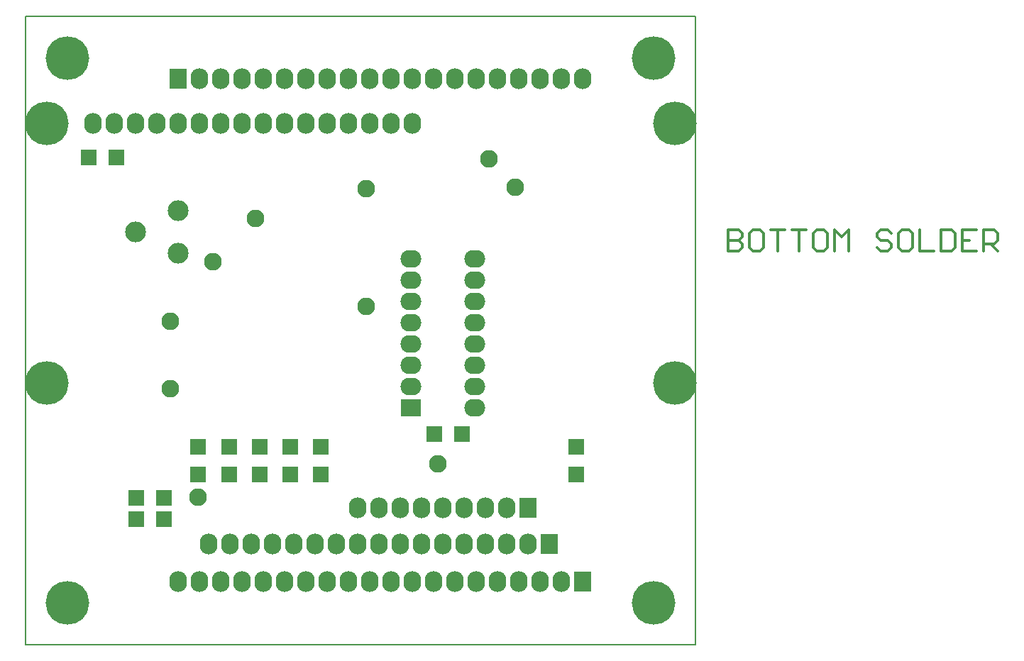
<source format=gbs>
%FSLAX25Y25*%
%MOIN*%
G70*
G01*
G75*
G04 Layer_Color=16711935*
%ADD10C,0.03000*%
%ADD11C,0.01800*%
%ADD12C,0.02200*%
%ADD13C,0.00800*%
%ADD14C,0.01400*%
%ADD15C,0.01575*%
%ADD16C,0.19685*%
%ADD17O,0.07500X0.09000*%
%ADD18R,0.07500X0.09000*%
%ADD19C,0.09000*%
%ADD20R,0.09000X0.07500*%
%ADD21O,0.09000X0.07500*%
%ADD22C,0.07500*%
%ADD23C,0.09843*%
%ADD24R,0.06693X0.06693*%
%ADD25R,0.06693X0.06693*%
%ADD26C,0.01600*%
%ADD27C,0.00787*%
%ADD28C,0.01000*%
%ADD29C,0.20485*%
%ADD30O,0.08300X0.09800*%
%ADD31R,0.08300X0.09800*%
%ADD32C,0.09800*%
%ADD33R,0.09800X0.08300*%
%ADD34O,0.09800X0.08300*%
%ADD35C,0.08300*%
%ADD36R,0.07493X0.07493*%
%ADD37R,0.07493X0.07493*%
D13*
X393701Y393701D02*
Y688976D01*
X708661D01*
Y393701D02*
Y688976D01*
X393701Y393701D02*
X708661D01*
D14*
X724000Y588497D02*
Y578500D01*
X728998D01*
X730664Y580166D01*
Y581832D01*
X728998Y583498D01*
X724000D01*
X728998D01*
X730664Y585164D01*
Y586831D01*
X728998Y588497D01*
X724000D01*
X738995D02*
X735663D01*
X733997Y586831D01*
Y580166D01*
X735663Y578500D01*
X738995D01*
X740661Y580166D01*
Y586831D01*
X738995Y588497D01*
X743994D02*
X750658D01*
X747326D01*
Y578500D01*
X753990Y588497D02*
X760655D01*
X757323D01*
Y578500D01*
X768986Y588497D02*
X765653D01*
X763987Y586831D01*
Y580166D01*
X765653Y578500D01*
X768986D01*
X770652Y580166D01*
Y586831D01*
X768986Y588497D01*
X773984Y578500D02*
Y588497D01*
X777316Y585164D01*
X780648Y588497D01*
Y578500D01*
X800642Y586831D02*
X798976Y588497D01*
X795644D01*
X793977Y586831D01*
Y585164D01*
X795644Y583498D01*
X798976D01*
X800642Y581832D01*
Y580166D01*
X798976Y578500D01*
X795644D01*
X793977Y580166D01*
X808972Y588497D02*
X805640D01*
X803974Y586831D01*
Y580166D01*
X805640Y578500D01*
X808972D01*
X810639Y580166D01*
Y586831D01*
X808972Y588497D01*
X813971D02*
Y578500D01*
X820635D01*
X823968Y588497D02*
Y578500D01*
X828966D01*
X830632Y580166D01*
Y586831D01*
X828966Y588497D01*
X823968D01*
X840629D02*
X833965D01*
Y578500D01*
X840629D01*
X833965Y583498D02*
X837297D01*
X843961Y578500D02*
Y588497D01*
X848960D01*
X850626Y586831D01*
Y583498D01*
X848960Y581832D01*
X843961D01*
X847293D02*
X850626Y578500D01*
D29*
X699000Y516500D02*
D03*
X403724D02*
D03*
X699000Y638547D02*
D03*
X403724D02*
D03*
X413386Y669291D02*
D03*
X688976D02*
D03*
Y413386D02*
D03*
X413386D02*
D03*
D30*
X565378Y638547D02*
D03*
X425378D02*
D03*
X485378D02*
D03*
X495378D02*
D03*
X505378D02*
D03*
X515378D02*
D03*
X525378D02*
D03*
X535378D02*
D03*
X545378D02*
D03*
X555378D02*
D03*
X475378D02*
D03*
X445378D02*
D03*
X575378D02*
D03*
X455378D02*
D03*
X465378D02*
D03*
X435378D02*
D03*
X645591Y423228D02*
D03*
X635591D02*
D03*
X625591D02*
D03*
X615591D02*
D03*
X605591D02*
D03*
X595591D02*
D03*
X585591D02*
D03*
X575591D02*
D03*
X565591D02*
D03*
X555591D02*
D03*
X545591D02*
D03*
X535591D02*
D03*
X525591D02*
D03*
X515591D02*
D03*
X505591D02*
D03*
X495591D02*
D03*
X485591D02*
D03*
X475591D02*
D03*
X465591D02*
D03*
X609800Y457900D02*
D03*
X599800D02*
D03*
X589800D02*
D03*
X579800D02*
D03*
X569800D02*
D03*
X559800D02*
D03*
X549800D02*
D03*
X619800D02*
D03*
X475591Y659449D02*
D03*
X485591D02*
D03*
X495591D02*
D03*
X505591D02*
D03*
X515591D02*
D03*
X525591D02*
D03*
X535591D02*
D03*
X545591D02*
D03*
X555591D02*
D03*
X565591D02*
D03*
X575591D02*
D03*
X585591D02*
D03*
X595591D02*
D03*
X605591D02*
D03*
X615591D02*
D03*
X625591D02*
D03*
X635591D02*
D03*
X645591D02*
D03*
X655591D02*
D03*
X629685Y440945D02*
D03*
X619685D02*
D03*
X609685D02*
D03*
X599685D02*
D03*
X589685D02*
D03*
X579685D02*
D03*
X569685D02*
D03*
X559685D02*
D03*
X549685D02*
D03*
X539685D02*
D03*
X529685D02*
D03*
X519685D02*
D03*
X509685D02*
D03*
X499685D02*
D03*
X489685D02*
D03*
X479685D02*
D03*
D31*
X655591Y423228D02*
D03*
X629800Y457900D02*
D03*
X465591Y659449D02*
D03*
X639685Y440945D02*
D03*
D32*
X465500Y577400D02*
D03*
Y597400D02*
D03*
X445500Y587400D02*
D03*
D33*
X575000Y505000D02*
D03*
D34*
Y515000D02*
D03*
Y525000D02*
D03*
Y535000D02*
D03*
Y545000D02*
D03*
Y555000D02*
D03*
Y565000D02*
D03*
Y575000D02*
D03*
X605000Y505000D02*
D03*
Y515000D02*
D03*
Y525000D02*
D03*
Y535000D02*
D03*
Y545000D02*
D03*
Y555000D02*
D03*
Y565000D02*
D03*
Y575000D02*
D03*
D35*
X502000Y594000D02*
D03*
X482000Y573500D02*
D03*
X462000Y545500D02*
D03*
Y514000D02*
D03*
X611500Y622000D02*
D03*
X624000Y608500D02*
D03*
X554000Y552500D02*
D03*
X587500Y478500D02*
D03*
X475000Y463000D02*
D03*
X554000Y608000D02*
D03*
D36*
X586004Y492500D02*
D03*
X598996D02*
D03*
X446004Y462500D02*
D03*
X458996D02*
D03*
X436496Y622500D02*
D03*
X423504D02*
D03*
X458996Y452500D02*
D03*
X446004D02*
D03*
D37*
X652500Y473504D02*
D03*
Y486496D02*
D03*
X475000D02*
D03*
Y473504D02*
D03*
X532500D02*
D03*
Y486496D02*
D03*
X518125D02*
D03*
Y473504D02*
D03*
X503750D02*
D03*
Y486496D02*
D03*
X489375D02*
D03*
Y473504D02*
D03*
M02*

</source>
